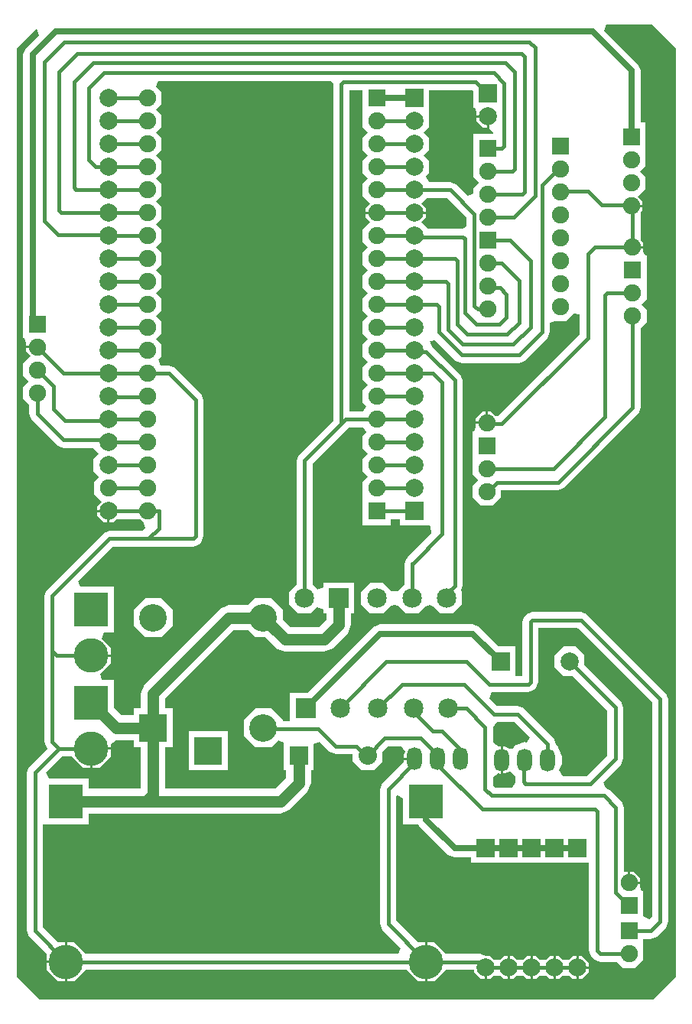
<source format=gbl>
G04*
G04 #@! TF.GenerationSoftware,Altium Limited,Altium Designer,21.3.2 (30)*
G04*
G04 Layer_Physical_Order=2*
G04 Layer_Color=16711680*
%FSTAX24Y24*%
%MOIN*%
G70*
G04*
G04 #@! TF.SameCoordinates,F68F6C76-AA82-476B-A51A-8D37A50AFAF4*
G04*
G04*
G04 #@! TF.FilePolarity,Positive*
G04*
G01*
G75*
%ADD33C,0.0150*%
%ADD34C,0.0250*%
%ADD35C,0.0500*%
%ADD36R,0.0750X0.0750*%
%ADD37C,0.0750*%
%ADD38C,0.1500*%
%ADD39R,0.1500X0.1500*%
%ADD40R,0.0800X0.0800*%
%ADD41C,0.0800*%
%ADD42C,0.1200*%
%ADD43R,0.1200X0.1200*%
%ADD44R,0.1500X0.1500*%
%ADD45R,0.0850X0.0850*%
%ADD46C,0.0850*%
%ADD47R,0.0750X0.0750*%
%ADD48C,0.0791*%
%ADD49R,0.0791X0.0791*%
%ADD50R,0.0791X0.0791*%
%ADD51O,0.0660X0.1000*%
G36*
X020005Y039712D02*
Y038955D01*
X020093D01*
X020155Y038805D01*
Y03865D01*
X02065D01*
Y0386D01*
X0207D01*
Y038079D01*
X020886Y037867D01*
X020877Y037825D01*
X020025D01*
Y036575D01*
X020025D01*
X020025Y036325D01*
Y035941D01*
X020266Y0357D01*
X020025Y035459D01*
Y035226D01*
X019775Y035122D01*
X019249Y035649D01*
X019Y035752D01*
X018068D01*
X017931Y035969D01*
X018095Y036133D01*
Y036667D01*
X017863Y0369D01*
X018095Y037133D01*
Y037667D01*
X017863Y0379D01*
X018095Y038133D01*
Y038505D01*
X018095Y038755D01*
X018095D01*
Y039748D01*
X019969D01*
X020005Y039712D01*
D02*
G37*
G36*
X019698Y034204D02*
Y033793D01*
X019562Y033702D01*
X018061D01*
X017756Y034006D01*
X017945Y034195D01*
Y03435D01*
X01745D01*
Y03445D01*
X017945D01*
Y034605D01*
X017756Y034794D01*
X018011Y035048D01*
X018854D01*
X019698Y034204D01*
D02*
G37*
G36*
X015175Y038775D02*
X015175D01*
X015175Y038525D01*
Y038141D01*
X015416Y0379D01*
X015175Y037659D01*
Y037141D01*
X015416Y0369D01*
X015175Y036659D01*
Y036141D01*
X015416Y0359D01*
X015175Y035659D01*
Y035141D01*
X015522Y034794D01*
X015325Y034597D01*
Y03445D01*
X0158D01*
Y03435D01*
X015325D01*
Y034203D01*
X015522Y034006D01*
X015175Y033659D01*
Y033141D01*
X015416Y0329D01*
X015175Y032659D01*
Y032141D01*
X015416Y0319D01*
X015175Y031659D01*
Y031141D01*
X015416Y0309D01*
X015175Y030659D01*
Y030141D01*
X015416Y0299D01*
X015175Y029659D01*
Y029141D01*
X015416Y0289D01*
X015175Y028659D01*
Y028141D01*
X015416Y0279D01*
X015175Y027659D01*
Y027141D01*
X015416Y0269D01*
X015175Y026659D01*
Y026141D01*
X015347Y025969D01*
X015211Y025752D01*
X014602D01*
Y039748D01*
X015175D01*
Y038775D01*
D02*
G37*
G36*
X02885Y04155D02*
Y0011D01*
X02785Y0001D01*
X0011D01*
X0001Y0011D01*
Y04155D01*
X000975Y042425D01*
X000993Y042421D01*
X001076Y04215D01*
X000513Y041587D01*
X000394Y0413D01*
X000394Y0413D01*
Y030175D01*
X000375D01*
Y028925D01*
X000451D01*
X000525Y028747D01*
Y0286D01*
X001D01*
Y0285D01*
X000525D01*
Y028353D01*
X000722Y028156D01*
X000375Y027809D01*
Y027291D01*
X000616Y02705D01*
X000375Y026809D01*
Y026291D01*
X000648Y026018D01*
Y02565D01*
X000751Y025401D01*
X001901Y024251D01*
X00215Y024148D01*
X003455D01*
Y024133D01*
X003687Y0239D01*
X003455Y023667D01*
Y023133D01*
X003702Y022886D01*
X003475Y022659D01*
Y022141D01*
X003808Y021808D01*
X003605Y021605D01*
Y02145D01*
X0041D01*
Y0214D01*
X00415D01*
Y020905D01*
X004305D01*
X004449Y021048D01*
X00548D01*
X005603Y020925D01*
X005719Y020675D01*
X005624Y020552D01*
X00415D01*
X003901Y020449D01*
X001401Y017949D01*
X001298Y0177D01*
Y015288D01*
Y01135D01*
X001401Y011101D01*
X001453Y01105D01*
X000651Y010249D01*
X000548Y01D01*
Y0031D01*
X000651Y002851D01*
X0014Y002102D01*
X0014Y002102D01*
Y0018D01*
X0022D01*
Y0026D01*
X001898D01*
X001898Y0026D01*
X001252Y003246D01*
Y00775D01*
X00325D01*
Y008209D01*
X0116D01*
X011983Y008367D01*
X012783Y009167D01*
X012941Y00955D01*
Y0101D01*
X01305D01*
Y011249D01*
X0133Y011353D01*
X013751Y010901D01*
X014Y010798D01*
X01475D01*
Y010481D01*
X015131Y0101D01*
X015669D01*
X01605Y010481D01*
Y010903D01*
X016296Y011148D01*
X016871D01*
X017038Y010898D01*
X016985Y01077D01*
Y01065D01*
X01745D01*
Y01055D01*
X016985D01*
Y010462D01*
X016051Y009529D01*
X015948Y00928D01*
Y0034D01*
X016051Y003151D01*
X016851Y002352D01*
X016747Y002102D01*
X0031D01*
Y002102D01*
X002602Y0026D01*
X0023D01*
Y00175D01*
Y0009D01*
X002602D01*
X0031Y001398D01*
Y001398D01*
X0171D01*
Y001398D01*
X017598Y0009D01*
X0179D01*
Y00175D01*
Y0026D01*
X017598D01*
X017598Y0026D01*
X016652Y003546D01*
Y008959D01*
X0167Y008991D01*
X01695Y008857D01*
Y00775D01*
X017627D01*
X017663Y007663D01*
X018913Y006413D01*
X018913Y006413D01*
X0192Y006294D01*
X0192Y006294D01*
X019905D01*
Y006055D01*
X025048D01*
Y00225D01*
X025151Y002001D01*
X025301Y001851D01*
X02555Y001748D01*
X026268D01*
X026541Y001475D01*
X027059D01*
X027425Y001841D01*
Y002225D01*
X027425Y002475D01*
X027425D01*
Y002748D01*
X02775D01*
X027999Y002851D01*
X028399Y003251D01*
X028502Y0035D01*
Y0132D01*
X028399Y013449D01*
X024949Y016899D01*
X0247Y017002D01*
X022588D01*
X022339Y016899D01*
X022251Y016811D01*
X022148Y016562D01*
Y014202D01*
X021845D01*
Y01549D01*
X021129D01*
X020282Y016337D01*
X019995Y016456D01*
X019995Y016456D01*
X01595D01*
X01595Y016456D01*
X015806Y016396D01*
X015663Y016337D01*
X015663Y016337D01*
X012801Y013475D01*
X012025D01*
Y012252D01*
X0117D01*
Y012302D01*
X011202Y0128D01*
X010498D01*
X01Y012302D01*
Y011598D01*
X010498Y0111D01*
X011202D01*
X0115Y011398D01*
X01175Y011294D01*
Y0101D01*
X011859D01*
Y009774D01*
X011376Y009291D01*
X006591D01*
Y0111D01*
X0069D01*
Y0128D01*
X006591D01*
Y013226D01*
X009574Y016209D01*
X010189D01*
X010498Y0159D01*
X010935D01*
X011417Y015417D01*
X0118Y015259D01*
X0135D01*
X013883Y015417D01*
X014533Y016067D01*
X014691Y01645D01*
Y016925D01*
X014825D01*
Y018275D01*
X013475D01*
Y018083D01*
X013225Y01798D01*
X013002Y018203D01*
Y023454D01*
X014499Y024951D01*
X014596Y025048D01*
X015211D01*
X015347Y024831D01*
X015175Y024659D01*
Y024141D01*
X015416Y0239D01*
X015175Y023659D01*
Y023141D01*
X015416Y0229D01*
X015175Y022659D01*
Y022275D01*
X015175Y022025D01*
X015175D01*
Y020775D01*
X016425D01*
Y021048D01*
X016805D01*
Y020755D01*
X018095D01*
X018139Y02073D01*
X018176Y020423D01*
X017151Y019399D01*
X017137Y019363D01*
X017101Y019349D01*
X016998Y0191D01*
Y018203D01*
X01671Y017915D01*
X016575Y017895D01*
X01644Y017915D01*
X01608Y018275D01*
X01552D01*
X015125Y01788D01*
Y01732D01*
X01552Y016925D01*
X01608D01*
X01644Y017285D01*
X016575Y017305D01*
X01671Y017285D01*
X01707Y016925D01*
X01763D01*
X017954Y01725D01*
X0181Y017296D01*
X018246Y01725D01*
X01857Y016925D01*
X01913D01*
X019525Y01732D01*
Y01788D01*
X019468Y017937D01*
X019552Y018139D01*
Y0271D01*
X019449Y027349D01*
X018212Y028585D01*
X01821Y028586D01*
X018118Y028809D01*
X018363Y028839D01*
X019251Y027951D01*
X0195Y027848D01*
X022D01*
X022249Y027951D01*
X023249Y028951D01*
X023352Y0292D01*
Y029597D01*
X023541Y029675D01*
X024059D01*
X024398Y030014D01*
X024648Y029976D01*
Y029096D01*
X021104Y025552D01*
X02097D01*
X020797Y025725D01*
X02065D01*
Y02525D01*
X0206D01*
Y0252D01*
X020125D01*
Y025053D01*
X020051Y024875D01*
X019975D01*
Y023625D01*
X019975D01*
X019975Y023375D01*
Y022991D01*
X020216Y02275D01*
X019975Y022509D01*
Y021991D01*
X020341Y021625D01*
X020859D01*
X021225Y021991D01*
Y022298D01*
X0237D01*
X023949Y022401D01*
X027199Y025651D01*
X027302Y0259D01*
Y029368D01*
X027575Y029641D01*
Y030159D01*
X027334Y0304D01*
X027575Y030641D01*
Y031025D01*
X027575Y031275D01*
X027575D01*
Y032525D01*
X027499D01*
X027425Y032703D01*
Y03285D01*
X02695D01*
Y03295D01*
X027425D01*
Y033097D01*
X027302Y03322D01*
Y03443D01*
X027375Y034503D01*
Y03465D01*
X0269D01*
Y03475D01*
X027375D01*
Y034897D01*
X027178Y035094D01*
X027525Y035441D01*
Y035959D01*
X027284Y0362D01*
X027525Y036441D01*
Y036825D01*
X027525Y037075D01*
X027525D01*
Y038325D01*
X027306D01*
Y0406D01*
X027306Y0406D01*
X027246Y040744D01*
X027187Y040887D01*
X027187Y040887D01*
X025724Y04235D01*
X025828Y0426D01*
X0278D01*
X02885Y04155D01*
D02*
G37*
G36*
X013898Y040012D02*
Y025346D01*
X012401Y023849D01*
X012298Y0236D01*
Y018203D01*
X011975Y01788D01*
Y01732D01*
X01237Y016925D01*
X01293D01*
X013225Y01722D01*
X013475Y017117D01*
Y016925D01*
X013609D01*
Y016674D01*
X013276Y016341D01*
X012024D01*
X0117Y016665D01*
Y017102D01*
X011202Y0176D01*
X010498D01*
X010189Y017291D01*
X00935D01*
X008967Y017133D01*
X005667Y013833D01*
X005509Y01345D01*
Y0128D01*
X0052D01*
Y012491D01*
X004674D01*
X00435Y012815D01*
Y01405D01*
X003823D01*
X003752Y0143D01*
X0042Y014748D01*
Y01505D01*
X00335D01*
Y01515D01*
X0042D01*
Y015452D01*
X003802Y01585D01*
X003906Y0161D01*
X00435D01*
Y0181D01*
X002874D01*
X002778Y018331D01*
X004296Y019848D01*
X007812D01*
X008061Y019951D01*
X008149Y020039D01*
X008252Y020288D01*
Y02625D01*
X008149Y026499D01*
X006999Y027649D01*
X00675Y027752D01*
X006389D01*
X006286Y028002D01*
X006425Y028141D01*
Y028659D01*
X006184Y0289D01*
X006425Y029141D01*
Y029659D01*
X006184Y0299D01*
X006425Y030141D01*
Y030659D01*
X006184Y0309D01*
X006425Y031141D01*
Y031659D01*
X006184Y0319D01*
X006425Y032141D01*
Y032659D01*
X006184Y0329D01*
X006425Y033141D01*
Y033659D01*
X006184Y0339D01*
X006425Y034141D01*
Y034659D01*
X006184Y0349D01*
X006425Y035141D01*
Y035659D01*
X006184Y0359D01*
X006425Y036141D01*
Y036659D01*
X006184Y0369D01*
X006425Y037141D01*
Y037659D01*
X006184Y0379D01*
X006425Y038141D01*
Y038659D01*
X006184Y0389D01*
X006425Y039141D01*
Y039659D01*
X006186Y039898D01*
X006289Y040148D01*
X013807D01*
X013898Y040012D01*
D02*
G37*
G36*
X022479Y011524D02*
X022337Y011312D01*
X02225Y011348D01*
X021806Y011164D01*
X021759Y011049D01*
X021579D01*
X0213Y011165D01*
Y01055D01*
Y009935D01*
X021579Y010051D01*
X021653D01*
X021848Y009838D01*
Y009588D01*
X02186Y00956D01*
X021721Y009352D01*
X020946D01*
X020877Y009421D01*
Y009799D01*
X021127Y009966D01*
X0212Y009935D01*
Y01055D01*
Y011165D01*
X021127Y011134D01*
X020877Y011301D01*
Y011967D01*
X020878Y011976D01*
X021055Y012198D01*
X021804D01*
X022479Y011524D01*
D02*
G37*
G36*
X00445Y011409D02*
X0052D01*
Y0111D01*
X005509D01*
Y009291D01*
X00325D01*
Y00975D01*
X001501D01*
X001397Y01D01*
X002096Y010698D01*
X0025D01*
Y010698D01*
X002998Y0102D01*
X0033D01*
Y01105D01*
X00335D01*
Y0111D01*
X0042D01*
Y011242D01*
X004447Y01141D01*
X00445Y011409D01*
D02*
G37*
G36*
X027798Y013054D02*
Y003718D01*
X027668Y003605D01*
X027425Y003722D01*
Y004825D01*
X027349D01*
X027275Y005003D01*
Y00515D01*
X0268D01*
Y0052D01*
X02675D01*
Y005675D01*
X026603D01*
X026577Y005686D01*
Y008475D01*
X026474Y008724D01*
X025949Y009249D01*
X025773Y009322D01*
X02568Y009583D01*
X026449Y010351D01*
X026552Y0106D01*
Y01285D01*
X026449Y013099D01*
X024845Y014702D01*
Y015117D01*
X024467Y015495D01*
X023933D01*
X023555Y015117D01*
Y014583D01*
X023933Y014205D01*
X024348D01*
X025848Y012704D01*
Y010746D01*
X024954Y009852D01*
X02393D01*
X023763Y010102D01*
X023878Y01038D01*
Y01072D01*
X023694Y011164D01*
X023602Y011202D01*
Y01125D01*
X023499Y011499D01*
X022199Y012799D01*
X02195Y012902D01*
X021046D01*
X020699Y013249D01*
X020803Y013498D01*
X022412D01*
X022661Y013601D01*
X022749Y013689D01*
X022852Y013938D01*
Y016298D01*
X024554D01*
X027798Y013054D01*
D02*
G37*
%LPC*%
G36*
X0206Y03855D02*
X020155D01*
Y038395D01*
X020445Y038105D01*
X0206D01*
Y03855D01*
D02*
G37*
G36*
X02055Y025725D02*
X020403D01*
X020125Y025447D01*
Y0253D01*
X02055D01*
Y025725D01*
D02*
G37*
G36*
X00405Y02135D02*
X003605D01*
Y021195D01*
X003895Y020905D01*
X00405D01*
Y02135D01*
D02*
G37*
G36*
X0093Y0118D02*
X0076D01*
Y0101D01*
X0093D01*
Y0118D01*
D02*
G37*
G36*
X0245Y001995D02*
X024345D01*
X024201Y001852D01*
X023899D01*
X023755Y001995D01*
X0236D01*
Y0015D01*
Y001005D01*
X023755D01*
X023899Y001148D01*
X024201D01*
X024345Y001005D01*
X0245D01*
Y0015D01*
Y001995D01*
D02*
G37*
G36*
X0235D02*
X023345D01*
X023201Y001852D01*
X022899D01*
X022755Y001995D01*
X0226D01*
Y0015D01*
Y001005D01*
X022755D01*
X022899Y001148D01*
X023201D01*
X023345Y001005D01*
X0235D01*
Y0015D01*
Y001995D01*
D02*
G37*
G36*
X0225D02*
X022345D01*
X022201Y001852D01*
X021899D01*
X021755Y001995D01*
X0216D01*
Y0015D01*
Y001005D01*
X021755D01*
X021899Y001148D01*
X022201D01*
X022345Y001005D01*
X0225D01*
Y0015D01*
Y001995D01*
D02*
G37*
G36*
X024755D02*
X0246D01*
Y00155D01*
X025045D01*
Y001705D01*
X024755Y001995D01*
D02*
G37*
G36*
X025045Y00145D02*
X0246D01*
Y001005D01*
X024755D01*
X025045Y001295D01*
Y00145D01*
D02*
G37*
G36*
X018302Y0026D02*
X018D01*
Y00175D01*
Y0009D01*
X018302D01*
X0188Y001398D01*
Y001398D01*
X020055D01*
Y001295D01*
X020345Y001005D01*
X0205D01*
Y0015D01*
X0206D01*
Y001005D01*
X020755D01*
X020899Y001148D01*
X021201D01*
X021345Y001005D01*
X0215D01*
Y0015D01*
Y001995D01*
X021345D01*
X021201Y001852D01*
X020899D01*
X020755Y001995D01*
X020552D01*
X020549Y001999D01*
X0203Y002102D01*
X0188D01*
Y002102D01*
X018302Y0026D01*
D02*
G37*
G36*
X0022Y0017D02*
X0014D01*
Y001398D01*
X001898Y0009D01*
X0022D01*
Y0017D01*
D02*
G37*
G36*
X006402Y0176D02*
X005698D01*
X0052Y017102D01*
Y016398D01*
X005698Y0159D01*
X006402D01*
X0069Y016398D01*
Y017102D01*
X006402Y0176D01*
D02*
G37*
G36*
X0042Y011D02*
X0034D01*
Y0102D01*
X003702D01*
X0042Y010698D01*
Y011D01*
D02*
G37*
G36*
X02685Y005675D02*
Y00525D01*
X027275D01*
Y005397D01*
X026997Y005675D01*
X02685D01*
D02*
G37*
%LPD*%
D33*
X0158Y0254D02*
X01745D01*
Y0354D02*
X019D01*
X0158D02*
X01745D01*
X0157Y033404D02*
X0158D01*
X015802Y033402D01*
X017448D01*
X01745Y0324D02*
X019212D01*
X0158D02*
X01745D01*
Y0314D02*
X018812D01*
X0158D02*
X01745D01*
X0158Y030402D02*
X017448D01*
X0158Y029404D02*
X015802Y029402D01*
X0157Y029404D02*
X0158D01*
X015802Y029402D02*
X017448D01*
X0158Y028402D02*
X017448D01*
X01745Y0284D02*
X017514Y028336D01*
X017964D01*
X0192Y0271D01*
X01425Y0252D02*
X01445Y0254D01*
X0158D01*
Y022404D02*
X015802Y022402D01*
X0157Y022404D02*
X0158D01*
X015802Y022402D02*
X017448D01*
X0041Y0234D02*
X0058D01*
X005698Y024402D02*
X0057Y024404D01*
X004102Y024402D02*
X005698D01*
Y025402D02*
X0057Y025404D01*
X004102Y025402D02*
X005698D01*
X004122Y026378D02*
X0058D01*
X0267Y0347D02*
Y03475D01*
X02375Y03535D02*
X025D01*
X0237Y0353D02*
X02375Y03535D01*
X0205Y0252D02*
X02125D01*
X0058Y0274D02*
X00675D01*
X0158Y0344D02*
X01745D01*
X0058Y0214D02*
X0063D01*
X0041D02*
X0058D01*
X0058Y0274D02*
X0058Y0274D01*
X0041Y0274D02*
X0058D01*
X0041Y0284D02*
X0058D01*
X005698Y029402D02*
X0057Y029404D01*
X004102Y029402D02*
X005698D01*
X0041Y0304D02*
X0058D01*
X0041Y0314D02*
X0058D01*
X0041Y0324D02*
X0058D01*
X0041Y0334D02*
X0058D01*
X0041Y0344D02*
X0058D01*
X00204D02*
X0041D01*
X002688Y0354D02*
X0041D01*
X0058D01*
X0041Y0364D02*
X0058D01*
X00355D02*
X0041D01*
Y0394D02*
X0058D01*
X0079Y020288D02*
Y02625D01*
X00675Y0274D02*
X0079Y02625D01*
X0063Y02065D02*
Y0214D01*
X00585Y0202D02*
X007812D01*
X0079Y020288D01*
X00585Y0202D02*
X0063Y02065D01*
X02255Y0015D02*
X02355D01*
X02455D01*
X02555Y0021D02*
X0268D01*
X026225Y004775D02*
Y008475D01*
X0254Y00225D02*
X02555Y0021D01*
X0268Y0031D02*
X02775D01*
X02815Y0035D01*
X026225Y004775D02*
X0268Y0042D01*
X0254Y00225D02*
Y008312D01*
X00225Y00175D02*
X01795D01*
X0009Y0031D02*
X00225Y00175D01*
X0009Y0031D02*
Y01D01*
X00195Y01105D01*
X00335D01*
X00165Y01135D02*
X00195Y01105D01*
X0174Y01265D02*
Y0128D01*
X0163Y0034D02*
X01795Y00175D01*
X0163Y0034D02*
Y00928D01*
X01745Y01043D01*
X01615Y0115D02*
X01772D01*
X02055Y0015D02*
X02155D01*
X02255D01*
X01795Y00175D02*
X0203D01*
X02055Y0015D01*
X020525Y009275D02*
X0208Y009D01*
X01845Y01035D02*
X0204Y0084D01*
X0222Y009588D02*
X022288Y0095D01*
X0222Y009588D02*
Y0105D01*
X01745Y01043D02*
Y0106D01*
X0222Y0105D02*
X02225Y01055D01*
X01772Y0115D02*
X01845Y01077D01*
Y01035D02*
Y01077D01*
X01865Y0118D02*
X019352Y011098D01*
X020525Y009275D02*
Y011975D01*
X019352Y010698D02*
X01945Y0106D01*
X019352Y010698D02*
Y011098D01*
X02325Y01055D02*
Y01125D01*
X0251Y0095D02*
X0262Y0106D01*
X01085Y01195D02*
X0109Y0119D01*
X015316Y01075D02*
X0154D01*
X014916Y01115D02*
X015316Y01075D01*
X0154D02*
X01615Y0115D01*
X014Y01115D02*
X014916D01*
X01325Y0119D02*
X014Y01115D01*
X0109Y0119D02*
X01325D01*
X025312Y0084D02*
X0254Y008312D01*
X0204Y0084D02*
X025312D01*
X0257Y009D02*
X026225Y008475D01*
X0208Y009D02*
X0257D01*
X022288Y0095D02*
X0251D01*
X025Y02895D02*
Y0326D01*
X02575Y030812D02*
X025838Y0309D01*
X02695D01*
X017448Y030402D02*
X01745Y0304D01*
X017448Y029402D02*
X01745Y0294D01*
X02065Y0312D02*
X02072Y03113D01*
X02125Y0322D02*
X022Y03145D01*
X02065Y0322D02*
X02125D01*
X0216Y0332D02*
X0225Y0323D01*
X02065Y0332D02*
X0216D01*
X02695Y0329D02*
Y03465D01*
X0269Y0347D02*
X02695Y03465D01*
X0256Y03475D02*
X0267D01*
X025Y03535D02*
X0256Y03475D01*
X025Y0326D02*
X0253Y0329D01*
X02695D01*
X0202Y0302D02*
X02065D01*
X021496Y0291D02*
X022Y029604D01*
X02015Y02955D02*
X02115D01*
X02145Y02985D01*
X02072Y03113D02*
X02117D01*
X02145Y02985D02*
Y03085D01*
X022Y029604D02*
Y03145D01*
X0225Y0294D02*
Y0323D01*
X02117Y03113D02*
X02145Y03085D01*
X023Y0292D02*
Y0356D01*
X02695Y0259D02*
Y0299D01*
X0235Y02325D02*
X02575Y0255D01*
X0206Y02325D02*
X0235D01*
X02125Y0252D02*
X025Y02895D01*
X02575Y0255D02*
Y030812D01*
X022Y0282D02*
X023Y0292D01*
X022588Y01665D02*
X0247D01*
X0237Y02265D02*
X02695Y0259D01*
X0158Y0234D02*
X01745D01*
X02105Y02265D02*
X0237D01*
X02065Y02225D02*
X02105Y02265D01*
X021759Y028659D02*
X0225Y0294D01*
X01975Y0291D02*
X021496D01*
X0195Y0282D02*
X022D01*
X019545Y028659D02*
X021759D01*
X02195Y01255D02*
X02325Y01125D01*
X0209Y01255D02*
X02195D01*
X0196Y01385D02*
X0209Y01255D01*
X0207Y01385D02*
X022412D01*
X0242Y01485D02*
X0262Y01285D01*
X022412Y01385D02*
X0225Y013938D01*
X019725Y014825D02*
X0207Y01385D01*
X0247Y01665D02*
X02815Y0132D01*
X0225Y013938D02*
Y016562D01*
X022588Y01665D01*
X0041Y0244D02*
X004102Y024402D01*
X004Y0245D02*
X0041Y0244D01*
X00165Y01135D02*
Y015288D01*
X001838Y0151D02*
X00335D01*
X00165Y015288D02*
X001838Y0151D01*
X00165Y015288D02*
Y0177D01*
X00415Y0202D01*
X01585Y0128D02*
X0169Y01385D01*
X0142Y0128D02*
X016225Y014825D01*
X01735Y0176D02*
Y0191D01*
X0041Y0254D02*
X004102Y025402D01*
X0041Y0264D02*
X004122Y026378D01*
X0041Y0274D02*
X0041Y0274D01*
X01265Y0236D02*
X01425Y0252D01*
X0206Y02225D02*
X02065D01*
X0158Y0244D02*
X01745D01*
X0158Y0264D02*
X01745D01*
X015852Y027402D02*
X017448D01*
X01825Y0118D02*
X01865D01*
X0174Y01265D02*
X01825Y0118D01*
X0197Y0128D02*
X020525Y011975D01*
X0192Y018139D02*
Y0271D01*
X0189Y0128D02*
X0197D01*
X0169Y01385D02*
X0196D01*
X016225Y014825D02*
X019725D01*
X017448Y022402D02*
X01745Y0224D01*
X01885Y0176D02*
Y017789D01*
X0192Y018139D01*
X0174Y01915D02*
X01865Y0204D01*
Y027D01*
X01825Y0274D02*
X01865Y027D01*
X01745Y0274D02*
X01825D01*
X017448Y027402D02*
X01745Y0274D01*
X0185Y0292D02*
X0195Y0282D01*
X0189Y029304D02*
X019545Y028659D01*
X00415Y0202D02*
X00585D01*
X0041Y0224D02*
X0058D01*
X02245Y04185D02*
X0227Y0416D01*
X00215Y0245D02*
X004D01*
X001Y02565D02*
X00215Y0245D01*
X01265Y0176D02*
Y0236D01*
X0158Y0214D02*
X01745D01*
X002186Y04185D02*
X02245D01*
X0013Y040964D02*
X002186Y04185D01*
X02815Y0035D02*
Y0132D01*
X0262Y0106D02*
Y01285D01*
X0041Y0384D02*
X004102Y038402D01*
X001952Y040552D02*
X00275Y04135D01*
X0026Y0401D02*
X00345Y04095D01*
X00325Y0367D02*
Y03985D01*
Y0367D02*
X00355Y0364D01*
X00325Y03985D02*
X0039Y0405D01*
X0026Y035488D02*
X002688Y0354D01*
X0026Y035488D02*
Y0401D01*
X001952Y034488D02*
X00204Y0344D01*
X0019Y03345D02*
X00405D01*
X0041Y0334D01*
X0013Y03405D02*
X0019Y03345D01*
X017448Y033402D02*
X01745Y0334D01*
X01425Y0252D02*
Y040012D01*
X0158Y0364D02*
X01745D01*
X0158Y0374D02*
X01745D01*
X00275Y04135D02*
X0221D01*
X00345Y04095D02*
X0214D01*
X0175Y03335D02*
X019562D01*
X01745Y0304D02*
X018412D01*
X0185Y030312D01*
X018812Y0314D02*
X0189Y031312D01*
X019212Y0324D02*
X0193Y032312D01*
X019562Y03335D02*
X01965Y033262D01*
Y03005D02*
Y033262D01*
X0209Y0405D02*
X02135Y04005D01*
X020114Y0401D02*
X020614Y0396D01*
X02065D01*
X02225Y035288D02*
Y0412D01*
X0227Y035134D02*
Y0416D01*
X0218Y036288D02*
Y04055D01*
X02135Y037288D02*
Y04005D01*
X0214Y04095D02*
X0218Y04055D01*
X0221Y04135D02*
X02225Y0412D01*
X00215Y0274D02*
X0041D01*
Y0294D02*
X004102Y029402D01*
X001Y02565D02*
Y02655D01*
Y02755D02*
X0017Y02685D01*
Y02585D02*
Y02685D01*
Y02585D02*
X0022Y02535D01*
X00405D01*
X0041Y0254D01*
X001Y02855D02*
X00215Y0274D01*
X021712Y0362D02*
X0218Y036288D01*
X021766Y0342D02*
X0227Y035134D01*
X02065Y0352D02*
X022162D01*
X02225Y035288D01*
X023Y0356D02*
X0237Y0363D01*
X01745Y0334D02*
X0175Y03335D01*
X019Y0354D02*
X02005Y03435D01*
X021262Y0372D02*
X02135Y037288D01*
X02065Y0372D02*
X021262D01*
X02065Y0362D02*
X021712D01*
X02065Y0342D02*
X021766D01*
X0193Y02955D02*
X01975Y0291D01*
X0185Y0292D02*
Y030312D01*
X0189Y029304D02*
Y031312D01*
X0193Y02955D02*
Y032312D01*
X01965Y03005D02*
X02015Y02955D01*
X02005Y03035D02*
Y03435D01*
Y03035D02*
X0202Y0302D01*
X0041Y0374D02*
X004102Y037402D01*
X005698D01*
X0057Y037404D01*
X0013Y03405D02*
Y040964D01*
X001952Y034488D02*
Y040552D01*
X0158Y0384D02*
X01745D01*
X004102Y038402D02*
X005698D01*
X0057Y038404D01*
X01425Y040012D02*
X014338Y0401D01*
X020114D01*
X0039Y0405D02*
X0209D01*
D34*
X01795Y00795D02*
Y00875D01*
X0192Y0067D02*
X02055D01*
X02155D01*
X02255D01*
X01795Y00795D02*
X0192Y0067D01*
X02255D02*
X02355D01*
X02455D01*
X019995Y01605D02*
X0212Y014845D01*
X0127Y0128D02*
X01595Y01605D01*
X019995D01*
X0252Y0423D02*
X0269Y0406D01*
X00083Y02972D02*
X001Y02955D01*
X0008Y0413D02*
X0018Y0423D01*
X0008Y029867D02*
Y0413D01*
X0018Y0423D02*
X0252D01*
X0008Y029867D02*
X00083Y029837D01*
Y02972D02*
Y029837D01*
X0269Y0377D02*
Y0406D01*
X0158Y0394D02*
X01745D01*
D35*
X00225Y00875D02*
X00575D01*
X0116D01*
X00575D02*
X00605Y00905D01*
Y01195D01*
X00445D02*
X00605D01*
X0116Y00875D02*
X0124Y00955D01*
Y01075D01*
X00335Y01305D02*
X00445Y01195D01*
X00605D02*
Y01345D01*
X00935Y01675D01*
X01085D01*
X0118Y0158D02*
X0135D01*
X01415Y01645D01*
X01085Y01675D02*
X0118Y0158D01*
X01415Y01645D02*
Y0176D01*
D36*
X0158Y0214D02*
D03*
Y0394D02*
D03*
D37*
Y0224D02*
D03*
Y0234D02*
D03*
Y0244D02*
D03*
Y0254D02*
D03*
Y0264D02*
D03*
Y0274D02*
D03*
Y0284D02*
D03*
Y0294D02*
D03*
Y0304D02*
D03*
Y0314D02*
D03*
Y0324D02*
D03*
Y0334D02*
D03*
Y0344D02*
D03*
Y0354D02*
D03*
Y0364D02*
D03*
Y0374D02*
D03*
Y0384D02*
D03*
X0058Y0394D02*
D03*
Y0384D02*
D03*
Y0374D02*
D03*
Y0364D02*
D03*
Y0354D02*
D03*
Y0344D02*
D03*
Y0334D02*
D03*
Y0324D02*
D03*
Y0314D02*
D03*
Y0304D02*
D03*
Y0294D02*
D03*
Y0284D02*
D03*
Y0274D02*
D03*
Y0264D02*
D03*
Y0254D02*
D03*
Y0244D02*
D03*
Y0234D02*
D03*
Y0224D02*
D03*
Y0214D02*
D03*
X02695Y0299D02*
D03*
Y0309D02*
D03*
Y0329D02*
D03*
X0041Y0224D02*
D03*
X0238Y0363D02*
D03*
Y0353D02*
D03*
Y0343D02*
D03*
Y0333D02*
D03*
Y0323D02*
D03*
Y0313D02*
D03*
Y0303D02*
D03*
X02065Y0302D02*
D03*
Y0312D02*
D03*
Y0322D02*
D03*
Y0342D02*
D03*
Y0352D02*
D03*
Y0362D02*
D03*
X0268Y0021D02*
D03*
Y0052D02*
D03*
X0206Y02225D02*
D03*
Y02325D02*
D03*
Y02525D02*
D03*
X0269Y0367D02*
D03*
Y0357D02*
D03*
Y0347D02*
D03*
X001Y02855D02*
D03*
Y02755D02*
D03*
Y02655D02*
D03*
D38*
X00225Y00175D02*
D03*
X01795D02*
D03*
X00335Y0151D02*
D03*
Y01105D02*
D03*
D39*
X00225Y00875D02*
D03*
X01795D02*
D03*
D40*
X0124Y01075D02*
D03*
D41*
X0154D02*
D03*
D42*
X01085Y01195D02*
D03*
X00605Y01675D02*
D03*
X01085D02*
D03*
D43*
X00845Y01095D02*
D03*
X00605Y01195D02*
D03*
D44*
X00335Y0171D02*
D03*
Y01305D02*
D03*
D45*
X0127Y0128D02*
D03*
X01415Y0176D02*
D03*
D46*
X01265D02*
D03*
X01585Y0128D02*
D03*
X0158Y0176D02*
D03*
X01735D02*
D03*
X0174Y0128D02*
D03*
X0142D02*
D03*
X01885Y0176D02*
D03*
X0189Y0128D02*
D03*
D47*
X02695Y0319D02*
D03*
X0238Y0373D02*
D03*
X02065Y0332D02*
D03*
Y0372D02*
D03*
X0268Y0031D02*
D03*
Y0042D02*
D03*
X0206Y02425D02*
D03*
X0269Y0377D02*
D03*
X001Y02955D02*
D03*
D48*
X0041Y0214D02*
D03*
Y0234D02*
D03*
Y0244D02*
D03*
Y0254D02*
D03*
Y0264D02*
D03*
Y0274D02*
D03*
Y0284D02*
D03*
Y0294D02*
D03*
Y0304D02*
D03*
Y0314D02*
D03*
Y0324D02*
D03*
Y0334D02*
D03*
Y0344D02*
D03*
Y0354D02*
D03*
Y0364D02*
D03*
Y0374D02*
D03*
Y0384D02*
D03*
Y0394D02*
D03*
X02055Y0015D02*
D03*
X02155D02*
D03*
X02255D02*
D03*
X02355D02*
D03*
X02455D02*
D03*
X01745Y0384D02*
D03*
Y0374D02*
D03*
Y0364D02*
D03*
Y0354D02*
D03*
Y0344D02*
D03*
Y0334D02*
D03*
Y0324D02*
D03*
Y0314D02*
D03*
Y0304D02*
D03*
Y0294D02*
D03*
Y0284D02*
D03*
Y0274D02*
D03*
Y0264D02*
D03*
Y0254D02*
D03*
Y0244D02*
D03*
Y0234D02*
D03*
Y0224D02*
D03*
X02065Y0386D02*
D03*
X0242Y01485D02*
D03*
D49*
X02455Y0067D02*
D03*
X02355D02*
D03*
X02255D02*
D03*
X02155D02*
D03*
X02055D02*
D03*
X0212Y014845D02*
D03*
D50*
X01745Y0394D02*
D03*
Y0214D02*
D03*
X02065Y0396D02*
D03*
D51*
X02125Y01055D02*
D03*
X02225D02*
D03*
X02325D02*
D03*
X01745Y0106D02*
D03*
X01845D02*
D03*
X01945D02*
D03*
M02*

</source>
